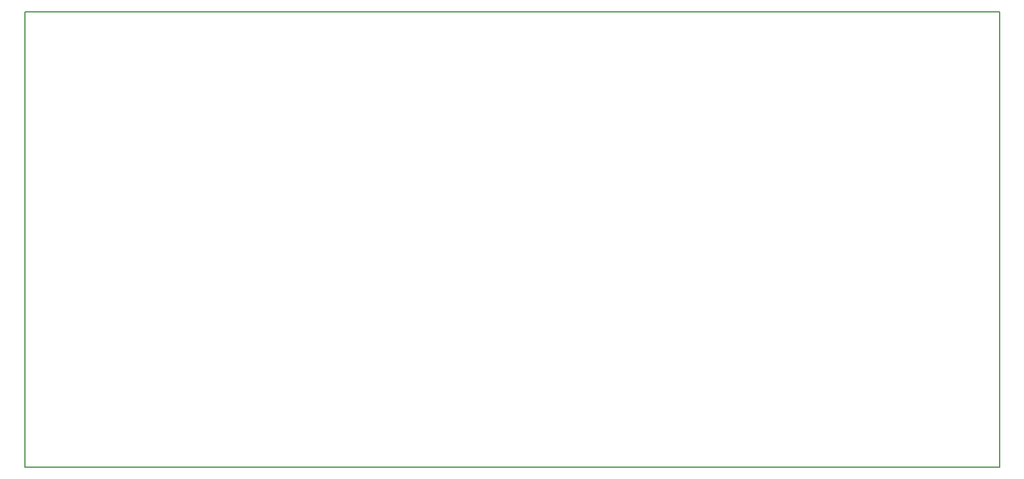
<source format=gbr>
G04 #@! TF.FileFunction,Profile,NP*
%FSLAX46Y46*%
G04 Gerber Fmt 4.6, Leading zero omitted, Abs format (unit mm)*
G04 Created by KiCad (PCBNEW 4.0.2-2.fc24-product) date Fri 09 Sep 2016 11:29:58 AEST*
%MOMM*%
G01*
G04 APERTURE LIST*
%ADD10C,0.100000*%
%ADD11C,0.150000*%
G04 APERTURE END LIST*
D10*
D11*
X88000000Y-100000000D02*
X88000000Y-35000000D01*
X227000000Y-100000000D02*
X88000000Y-100000000D01*
X227000000Y-35000000D02*
X227000000Y-100000000D01*
X88000000Y-35000000D02*
X227000000Y-35000000D01*
M02*

</source>
